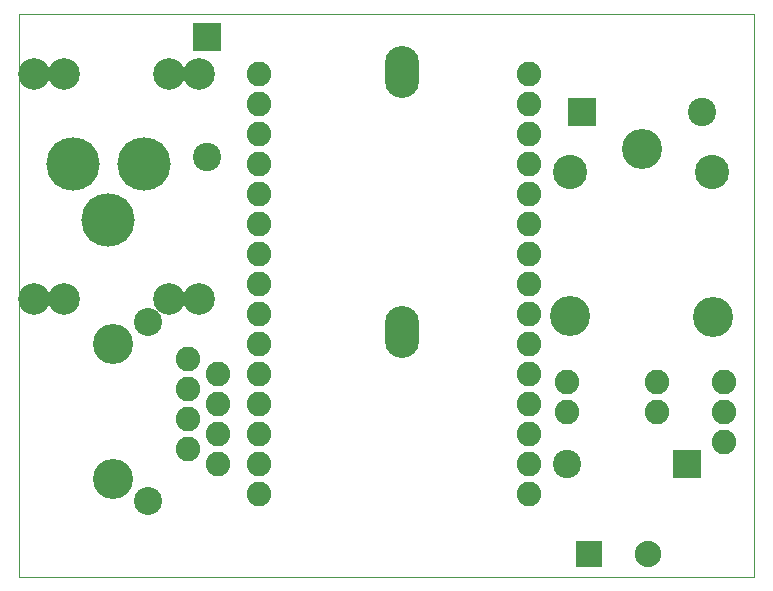
<source format=gbr>
%TF.GenerationSoftware,KiCad,Pcbnew,4.0.2+dfsg1-stable*%
%TF.CreationDate,2018-09-12T10:39:59+08:00*%
%TF.ProjectId,rfid board v2,7266696420626F6172642076322E6B69,rev?*%
%TF.FileFunction,Soldermask,Top*%
%FSLAX46Y46*%
G04 Gerber Fmt 4.6, Leading zero omitted, Abs format (unit mm)*
G04 Created by KiCad (PCBNEW 4.0.2+dfsg1-stable) date Wednesday, 12 September, 2018 10:39:59 AM +08*
%MOMM*%
G01*
G04 APERTURE LIST*
%ADD10C,0.100000*%
%ADD11C,0.025400*%
%ADD12O,2.899360X4.400500*%
%ADD13C,2.082800*%
%ADD14C,2.385060*%
%ADD15C,3.401060*%
%ADD16C,2.900000*%
%ADD17C,3.400000*%
%ADD18C,2.398980*%
%ADD19R,2.398980X2.398980*%
%ADD20C,4.521200*%
%ADD21R,2.235200X2.235200*%
%ADD22C,2.235200*%
%ADD23C,2.686000*%
G04 APERTURE END LIST*
D10*
D11*
X22860000Y-62865000D02*
X22860000Y-15240000D01*
X85090000Y-62865000D02*
X85090000Y-15240000D01*
X22860000Y-15240000D02*
X85090000Y-15240000D01*
X85090000Y-62865000D02*
X22860000Y-62865000D01*
D12*
X55245000Y-20114260D03*
X55245000Y-42115740D03*
D13*
X37129720Y-44450000D03*
X39669720Y-45720000D03*
X37129720Y-46990000D03*
X39669720Y-48260000D03*
X37129720Y-49530000D03*
X39669720Y-50800000D03*
X37129720Y-52070000D03*
X39669720Y-53340000D03*
D14*
X33784540Y-41275000D03*
X33784540Y-56474360D03*
D15*
X30779720Y-43180000D03*
X30779720Y-54610000D03*
D16*
X69515000Y-28620000D03*
D17*
X69515000Y-40820000D03*
X81565000Y-40870000D03*
D16*
X81515000Y-28620000D03*
D17*
X75565000Y-26670000D03*
D18*
X38737540Y-27305000D03*
D19*
X38737540Y-17145000D03*
D13*
X82550000Y-51435000D03*
X82550000Y-48895000D03*
X82550000Y-46355000D03*
D18*
X69215000Y-53342540D03*
D19*
X79375000Y-53342540D03*
D13*
X43180000Y-20320000D03*
X43180000Y-22860000D03*
X43180000Y-25400000D03*
X43180000Y-27940000D03*
X43180000Y-30480000D03*
X43180000Y-33020000D03*
X43180000Y-35560000D03*
X43180000Y-38100000D03*
X43180000Y-40640000D03*
X43180000Y-43180000D03*
X43180000Y-45720000D03*
X43180000Y-48260000D03*
X43180000Y-50800000D03*
X43180000Y-53340000D03*
X43180000Y-55880000D03*
X66040000Y-20320000D03*
X66040000Y-22860000D03*
X66040000Y-25400000D03*
X66040000Y-27940000D03*
X66040000Y-30480000D03*
X66040000Y-33020000D03*
X66040000Y-35560000D03*
X66040000Y-38100000D03*
X66040000Y-40640000D03*
X66040000Y-43180000D03*
X66040000Y-45720000D03*
X66040000Y-48260000D03*
X66040000Y-50800000D03*
X66040000Y-53340000D03*
X66040000Y-55880000D03*
D20*
X27383740Y-27940000D03*
X30383480Y-32639000D03*
X33383220Y-27940000D03*
D13*
X69215000Y-48895000D03*
X76835000Y-48895000D03*
X76835000Y-46355000D03*
X69215000Y-46355000D03*
D21*
X71120000Y-60960000D03*
D22*
X76118720Y-60960000D03*
D18*
X80645000Y-23492460D03*
D19*
X70485000Y-23492460D03*
D23*
X38100000Y-20320000D03*
X35560000Y-20320000D03*
X26670000Y-20320000D03*
X24130000Y-20320000D03*
X24130000Y-39370000D03*
X26670000Y-39370000D03*
X35560000Y-39370000D03*
X38100000Y-39370000D03*
M02*

</source>
